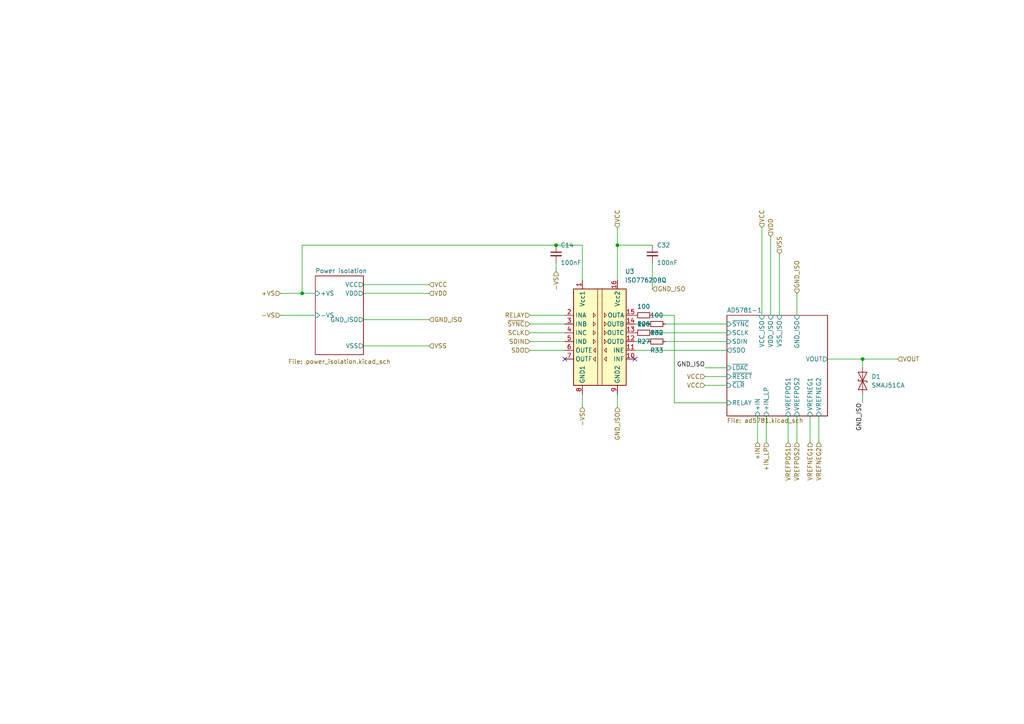
<source format=kicad_sch>
(kicad_sch (version 20250114) (generator "eeschema") (generator_version "9.0")
  (paper "A4")
  (lib_symbols
    (symbol "Device:C_Small" (pin_numbers (hide yes)) (pin_names (offset 0.254) (hide yes))
      (property "Reference" "C" (at 0.254 1.778 0))
      (property "Value" "C_Small" (at 0.254 -2.032 0))
      (symbol "C_Small_0_1"
        (polyline (pts (xy -1.524 0.508) (xy 1.524 0.508)) (stroke (width 0.3048)))
        (polyline (pts (xy -1.524 -0.508) (xy 1.524 -0.508)) (stroke (width 0.3302)))
      )
      (symbol "C_Small_1_1"
        (pin passive line (at 0 2.54 270) (length 2.032) (name "~") (number "1"))
        (pin passive line (at 0 -2.54 90) (length 2.032) (name "~") (number "2"))
      )
    )
    (symbol "Device:R_Small" (pin_numbers (hide yes)) (pin_names (offset 0.254) (hide yes))
      (property "Reference" "R" (at 0.762 0.508 0))
      (property "Value" "R_Small" (at 0.762 -1.016 0))
      (symbol "R_Small_0_1"
        (rectangle (start -0.762 1.778) (end 0.762 -1.778) (stroke (width 0.2032)))
      )
      (symbol "R_Small_1_1"
        (pin passive line (at 0 2.54 270) (length 0.762) (name "~") (number "1"))
        (pin passive line (at 0 -2.54 90) (length 0.762) (name "~") (number "2"))
      )
    )
    (symbol "Diode:SMAJ51CA" (pin_numbers (hide yes)) (pin_names (offset 1.016) (hide yes))
      (property "Reference" "D" (at 0 2.54 0))
      (property "Value" "SMAJ51CA" (at 0 -2.54 0))
      (symbol "SMAJ51CA_0_1"
        (polyline (pts (xy -2.54 -1.27) (xy 0 0) (xy -2.54 1.27) (xy -2.54 -1.27)) (stroke (width 0.2032)))
        (polyline (pts (xy 0.508 1.27) (xy 0 1.27) (xy 0 -1.27) (xy -0.508 -1.27)) (stroke (width 0.2032)))
        (polyline (pts (xy 1.27 0) (xy -1.27 0)))
        (polyline (pts (xy 2.54 1.27) (xy 2.54 -1.27) (xy 0 0) (xy 2.54 1.27)) (stroke (width 0.2032)))
      )
      (symbol "SMAJ51CA_1_1"
        (pin passive line (at -3.81 0 0) (length 2.54) (name "A1") (number "1"))
        (pin passive line (at 3.81 0 180) (length 2.54) (name "A2") (number "2"))
      )
    )
    (symbol "Isolator:ISO7762DBQ"
      (property "Reference" "U" (at 8.255 14.605 0))
      (property "Value" "ISO7762DBQ" (at 8.255 12.065 0))
      (symbol "ISO7762DBQ_0_1"
        (rectangle (start -7.62 15.24) (end 7.62 -12.7) (stroke (width 0.254)) (fill (type background)))
        (polyline (pts (xy -1.905 8.255) (xy -1.27 7.62) (xy -1.905 6.985) (xy -1.905 8.255)))
        (polyline (pts (xy -0.635 15.24) (xy -0.635 -12.7)))
        (polyline (pts (xy 0.635 15.24) (xy 0.635 -12.7)))
        (polyline (pts (xy 1.27 8.255) (xy 1.905 7.62) (xy 1.27 6.985) (xy 1.27 8.255)))
      )
      (symbol "ISO7762DBQ_1_1"
        (polyline (pts (xy -1.905 5.715) (xy -1.27 5.08) (xy -1.905 4.445) (xy -1.905 5.715)))
        (polyline (pts (xy -1.905 3.175) (xy -1.27 2.54) (xy -1.905 1.905) (xy -1.905 3.175)))
        (polyline (pts (xy -1.905 0.635) (xy -1.27 0) (xy -1.905 -0.635) (xy -1.905 0.635)))
        (polyline (pts (xy -1.27 -1.905) (xy -1.905 -2.54) (xy -1.27 -3.175) (xy -1.27 -1.905)))
        (polyline (pts (xy -1.27 -4.445) (xy -1.905 -5.08) (xy -1.27 -5.715) (xy -1.27 -4.445)))
        (polyline (pts (xy 1.27 5.715) (xy 1.905 5.08) (xy 1.27 4.445) (xy 1.27 5.715)))
        (polyline (pts (xy 1.27 3.175) (xy 1.905 2.54) (xy 1.27 1.905) (xy 1.27 3.175)))
        (polyline (pts (xy 1.27 0.635) (xy 1.905 0) (xy 1.27 -0.635) (xy 1.27 0.635)))
        (polyline (pts (xy 1.905 -1.905) (xy 1.27 -2.54) (xy 1.905 -3.175) (xy 1.905 -1.905)))
        (polyline (pts (xy 1.905 -4.445) (xy 1.27 -5.08) (xy 1.905 -5.715) (xy 1.905 -4.445)))
        (pin input line (at -10.16 7.62 0) (length 2.54) (name "INA") (number "2"))
        (pin input line (at -10.16 5.08 0) (length 2.54) (name "INB") (number "3"))
        (pin input line (at -10.16 2.54 0) (length 2.54) (name "INC") (number "4"))
        (pin input line (at -10.16 0 0) (length 2.54) (name "IND") (number "5"))
        (pin output line (at -10.16 -2.54 0) (length 2.54) (name "OUTE") (number "6"))
        (pin output line (at -10.16 -5.08 0) (length 2.54) (name "OUTF") (number "7"))
        (pin power_in line (at -5.08 17.78 270) (length 2.54) (name "Vcc1") (number "1"))
        (pin power_in line (at -5.08 -15.24 90) (length 2.54) (name "GND1") (number "8"))
        (pin power_in line (at 5.08 17.78 270) (length 2.54) (name "Vcc2") (number "16"))
        (pin power_in line (at 5.08 -15.24 90) (length 2.54) (name "GND2") (number "9"))
        (pin output line (at 10.16 7.62 180) (length 2.54) (name "OUTA") (number "15"))
        (pin output line (at 10.16 5.08 180) (length 2.54) (name "OUTB") (number "14"))
        (pin output line (at 10.16 2.54 180) (length 2.54) (name "OUTC") (number "13"))
        (pin output line (at 10.16 0 180) (length 2.54) (name "OUTD") (number "12"))
        (pin input line (at 10.16 -2.54 180) (length 2.54) (name "INE") (number "11"))
        (pin input line (at 10.16 -5.08 180) (length 2.54) (name "INF") (number "10"))
      )
    )
  )
  (junction (at 179.07 71.12))
  (junction (at 250.19 104.14))
  (junction (at 87.63 85.09))
  (junction (at 161.29 71.12))
  (no_connect (at 184.15 104.14))
  (no_connect (at 163.83 104.14))
  (wire (pts (xy 189.23 91.44) (xy 195.58 91.44)))
  (wire (pts (xy 204.47 111.76) (xy 210.82 111.76)))
  (wire (pts (xy 237.49 120.65) (xy 237.49 128.27)))
  (wire (pts (xy 204.47 109.22) (xy 210.82 109.22)))
  (wire (pts (xy 222.25 120.65) (xy 222.25 128.27)))
  (wire (pts (xy 168.91 81.28) (xy 168.91 71.12)))
  (wire (pts (xy 228.6 120.65) (xy 228.6 128.27)))
  (wire (pts (xy 234.95 120.65) (xy 234.95 128.27)))
  (wire (pts (xy 153.67 99.06) (xy 163.83 99.06)))
  (wire (pts (xy 161.29 76.2) (xy 161.29 78.74)))
  (wire (pts (xy 87.63 71.12) (xy 161.29 71.12)))
  (wire (pts (xy 193.04 93.98) (xy 210.82 93.98)))
  (wire (pts (xy 189.23 96.52) (xy 210.82 96.52)))
  (wire (pts (xy 87.63 85.09) (xy 91.44 85.09)))
  (wire (pts (xy 184.15 93.98) (xy 187.96 93.98)))
  (wire (pts (xy 193.04 99.06) (xy 210.82 99.06)))
  (wire (pts (xy 219.71 120.65) (xy 219.71 128.27)))
  (wire (pts (xy 195.58 116.84) (xy 210.82 116.84)))
  (wire (pts (xy 179.07 71.12) (xy 189.23 71.12)))
  (wire (pts (xy 81.28 85.09) (xy 87.63 85.09)))
  (wire (pts (xy 153.67 91.44) (xy 163.83 91.44)))
  (wire (pts (xy 153.67 93.98) (xy 163.83 93.98)))
  (wire (pts (xy 250.19 114.3) (xy 250.19 116.84)))
  (wire (pts (xy 223.52 68.58) (xy 223.52 91.44)))
  (wire (pts (xy 231.14 85.09) (xy 231.14 91.44)))
  (wire (pts (xy 204.47 106.68) (xy 210.82 106.68)))
  (wire (pts (xy 168.91 71.12) (xy 161.29 71.12)))
  (wire (pts (xy 105.41 100.33) (xy 124.46 100.33)))
  (wire (pts (xy 240.03 104.14) (xy 250.19 104.14)))
  (wire (pts (xy 250.19 104.14) (xy 260.35 104.14)))
  (wire (pts (xy 105.41 82.55) (xy 124.46 82.55)))
  (wire (pts (xy 153.67 101.6) (xy 163.83 101.6)))
  (wire (pts (xy 179.07 114.3) (xy 179.07 118.11)))
  (wire (pts (xy 179.07 81.28) (xy 179.07 71.12)))
  (wire (pts (xy 105.41 85.09) (xy 124.46 85.09)))
  (wire (pts (xy 184.15 99.06) (xy 187.96 99.06)))
  (wire (pts (xy 226.06 73.66) (xy 226.06 91.44)))
  (wire (pts (xy 184.15 101.6) (xy 210.82 101.6)))
  (wire (pts (xy 105.41 92.71) (xy 124.46 92.71)))
  (wire (pts (xy 87.63 71.12) (xy 87.63 85.09)))
  (wire (pts (xy 179.07 66.04) (xy 179.07 71.12)))
  (wire (pts (xy 220.98 66.04) (xy 220.98 91.44)))
  (wire (pts (xy 168.91 114.3) (xy 168.91 118.11)))
  (wire (pts (xy 153.67 96.52) (xy 163.83 96.52)))
  (wire (pts (xy 231.14 120.65) (xy 231.14 128.27)))
  (wire (pts (xy 195.58 91.44) (xy 195.58 116.84)))
  (wire (pts (xy 250.19 104.14) (xy 250.19 106.68)))
  (wire (pts (xy 189.23 76.2) (xy 189.23 83.82)))
  (wire (pts (xy 81.28 91.44) (xy 91.44 91.44)))
  (label "GND_ISO" (at 204.47 106.68 180))
  (label "GND_ISO" (at 250.19 116.84 270))
  (hierarchical_label "VCC" (shape input) (at 204.47 111.76 180))
  (hierarchical_label "SDO" (shape input) (at 153.67 101.6 180))
  (hierarchical_label "VCC" (shape input) (at 204.47 109.22 180))
  (hierarchical_label "VREFPOS2" (shape input) (at 231.14 128.27 270))
  (hierarchical_label "-VS" (shape input) (at 168.91 118.11 270))
  (hierarchical_label "VREFNEG1" (shape input) (at 234.95 128.27 270))
  (hierarchical_label "SDIN" (shape input) (at 153.67 99.06 180))
  (hierarchical_label "RELAY" (shape input) (at 153.67 91.44 180))
  (hierarchical_label "GND_ISO" (shape input) (at 124.46 92.71 0))
  (hierarchical_label "+IN" (shape input) (at 219.71 128.27 270))
  (hierarchical_label "VDD" (shape input) (at 124.46 85.09 0))
  (hierarchical_label "VREFNEG2" (shape input) (at 237.49 128.27 270))
  (hierarchical_label "~{SYNC}" (shape input) (at 153.67 93.98 180))
  (hierarchical_label "VSS" (shape input) (at 226.06 73.66 90))
  (hierarchical_label "VCC" (shape input) (at 124.46 82.55 0))
  (hierarchical_label "VDD" (shape input) (at 223.52 68.58 90))
  (hierarchical_label "GND_ISO" (shape input) (at 189.23 83.82 0))
  (hierarchical_label "VSS" (shape input) (at 124.46 100.33 0))
  (hierarchical_label "GND_ISO" (shape input) (at 231.14 85.09 90))
  (hierarchical_label "+VS" (shape input) (at 81.28 85.09 180))
  (hierarchical_label "+IN_LP" (shape input) (at 222.25 128.27 270))
  (hierarchical_label "GND_ISO" (shape input) (at 179.07 118.11 270))
  (hierarchical_label "VCC" (shape input) (at 220.98 66.04 90))
  (hierarchical_label "-VS" (shape input) (at 81.28 91.44 180))
  (hierarchical_label "VOUT" (shape input) (at 260.35 104.14 0))
  (hierarchical_label "SCLK" (shape input) (at 153.67 96.52 180))
  (hierarchical_label "VREFPOS1" (shape input) (at 228.6 128.27 270))
  (hierarchical_label "-VS" (shape input) (at 161.29 78.74 270))
  (hierarchical_label "VCC" (shape input) (at 179.07 66.04 90))
  (symbol (lib_id "Device:C_Small") (at 189.23 73.66 0) (unit 1)
    (property "Reference" "C50" (at 190.5 71.1199 0) (effects (justify left)))
    (property "Value" "100nF" (at 190.5 76.1999 0) (effects (justify left)))
    (property "Footprint" "Capacitor_SMD:C_0402_1005Metric" (effects (hide yes)))
    (property "Description" "Unpolarized capacitor, small symbol" (effects (hide yes)))
    (property "LCSC" "C1525" (effects (hide yes)))
    (instances (project "Brick03-VoltageSource02" (path "" (reference "C32") (unit 1)) (path "" (reference "C79") (unit 1)) (path "" (reference "C50") (unit 1)) (path "" (reference "C108") (unit 1))))
  )
  (symbol (lib_id "Device:R_Small") (at 190.5 99.06 90) (mirror x) (unit 1)
    (property "Reference" "R25" (at 190.5 101.6 90))
    (property "Value" "100" (at 190.5 96.52 90))
    (property "Footprint" "Resistor_SMD:R_0402_1005Metric" (effects (hide yes)))
    (property "Description" "Resistor, small symbol" (effects (hide yes)))
    (property "LCSC" "C25076" (effects (hide yes)))
    (instances (project "Brick03-VoltageSource02" (path "" (reference "R33") (unit 1)) (path "" (reference "R48") (unit 1)) (path "" (reference "R25") (unit 1)) (path "" (reference "R63") (unit 1))))
  )
  (symbol (lib_id "Isolator:ISO7762DBQ") (at 173.99 99.06 0) (unit 1)
    (property "Reference" "U15" (at 181.2641 78.74 0) (effects (justify left)))
    (property "Value" "ISO7762DBQ" (at 181.2641 81.28 0) (effects (justify left)))
    (property "Footprint" "Package_SO:SSOP-16_3.9x4.9mm_P0.635mm" (effects (hide yes)))
    (property "Datasheet" "https://www.ti.com/lit/ds/symlink/iso7763.pdf" (effects (hide yes)))
    (property "Description" "Default high, High-speed, robust EMC, reinforced, six-channel, digital, isolator, SSOP-16" (effects (hide yes)))
    (property "LCSC" "C2868090" (effects (hide yes)))
    (instances (project "Brick03-VoltageSource02" (path "" (reference "U3") (unit 1)) (path "" (reference "U24") (unit 1)) (path "" (reference "U15") (unit 1)) (path "" (reference "U34") (unit 1))))
  )
  (symbol (lib_id "Device:C_Small") (at 161.29 73.66 0) (unit 1)
    (property "Reference" "C49" (at 162.56 71.1199 0) (effects (justify left)))
    (property "Value" "100nF" (at 162.56 76.1999 0) (effects (justify left)))
    (property "Footprint" "Capacitor_SMD:C_0402_1005Metric" (effects (hide yes)))
    (property "Description" "Unpolarized capacitor, small symbol" (effects (hide yes)))
    (property "LCSC" "C1525" (effects (hide yes)))
    (instances (project "Brick03-VoltageSource02" (path "" (reference "C14") (unit 1)) (path "" (reference "C78") (unit 1)) (path "" (reference "C49") (unit 1)) (path "" (reference "C107") (unit 1))))
  )
  (symbol (lib_id "Device:R_Small") (at 186.69 96.52 90) (mirror x) (unit 1)
    (property "Reference" "R14" (at 186.69 99.06 90))
    (property "Value" "100" (at 186.69 93.98 90))
    (property "Footprint" "Resistor_SMD:R_0402_1005Metric" (effects (hide yes)))
    (property "Description" "Resistor, small symbol" (effects (hide yes)))
    (property "LCSC" "C25076" (effects (hide yes)))
    (instances (project "Brick03-VoltageSource02" (path "" (reference "R27") (unit 1)) (path "" (reference "R46") (unit 1)) (path "" (reference "R14") (unit 1)) (path "" (reference "R61") (unit 1))))
  )
  (symbol (lib_id "Diode:SMAJ51CA") (at 250.19 110.49 90) (unit 1)
    (property "Reference" "D8" (at 252.73 109.2199 90) (effects (justify right)))
    (property "Value" "SMAJ51CA" (at 252.73 111.7599 90) (effects (justify right)))
    (property "Footprint" "Diode_SMD:D_SMA" (effects (hide yes)))
    (property "Datasheet" "https://wmsc.lcsc.com/wmsc/upload/file/pdf/v2/lcsc/2304140030_Littelfuse-SMAJ51CA_C148234.pdf" (effects (hide yes)))
    (property "Description" "400W bidirectional Transient Voltage Suppressor, 51.0Vr, SMA(DO-214AC)" (effects (hide yes)))
    (property "LCSC" "C148234" (effects (hide yes)))
    (instances (project "Brick03-VoltageSource02" (path "" (reference "D1") (unit 1)) (path "" (reference "D9") (unit 1)) (path "" (reference "D8") (unit 1)) (path "" (reference "D11") (unit 1))))
  )
  (symbol (lib_id "Device:R_Small") (at 190.5 93.98 90) (mirror x) (unit 1)
    (property "Reference" "R13" (at 190.5 96.52 90))
    (property "Value" "100" (at 190.5 91.44 90))
    (property "Footprint" "Resistor_SMD:R_0402_1005Metric" (effects (hide yes)))
    (property "Description" "Resistor, small symbol" (effects (hide yes)))
    (property "LCSC" "C25076" (effects (hide yes)))
    (instances (project "Brick03-VoltageSource02" (path "" (reference "R32") (unit 1)) (path "" (reference "R47") (unit 1)) (path "" (reference "R13") (unit 1)) (path "" (reference "R62") (unit 1))))
  )
  (symbol (lib_id "Device:R_Small") (at 186.69 91.44 90) (mirror x) (unit 1)
    (property "Reference" "R16" (at 186.69 93.98 90))
    (property "Value" "100" (at 186.69 88.9 90))
    (property "Footprint" "Resistor_SMD:R_0402_1005Metric" (effects (hide yes)))
    (property "Description" "Resistor, small symbol" (effects (hide yes)))
    (property "LCSC" "C25076" (effects (hide yes)))
    (instances (project "Brick03-VoltageSource02" (path "" (reference "R26") (unit 1)) (path "" (reference "R45") (unit 1)) (path "" (reference "R16") (unit 1)) (path "" (reference "R60") (unit 1))))
  )
  (sheet (at 91.44 80.01) (size 13.97 22.86) (stroke (width 0.1524))
    (property "Sheetname" "Power isolation" (at 91.44 79.2984 0) (effects (justify left bottom)))
    (property "Sheetfile" "power_isolation.kicad_sch" (at 83.566 104.14 0) (effects (justify left top)))
    (pin "VCC" output (at 105.41 82.55 0))
    (pin "VSS" output (at 105.41 100.33 0))
    (pin "VDD" output (at 105.41 85.09 0))
    (pin "GND_ISO" output (at 105.41 92.71 0))
    (pin "-VS" input (at 91.44 91.44 180))
    (pin "+VS" input (at 91.44 85.09 180))
  )
  (sheet (at 210.82 91.44) (size 29.21 29.21) (stroke (width 0.1524))
    (property "Sheetname" "AD5781-1" (at 210.82 90.7284 0) (effects (justify left bottom)))
    (property "Sheetfile" "ad5781.kicad_sch" (at 210.82 121.2346 0) (effects (justify left top)))
    (pin "VOUT" output (at 240.03 104.14 0))
    (pin "VCC_ISO" input (at 220.98 91.44 90))
    (pin "VDD_ISO" input (at 223.52 91.44 90))
    (pin "GND_ISO" input (at 231.14 91.44 90))
    (pin "VSS_ISO" input (at 226.06 91.44 90))
    (pin "~{CLR}" input (at 210.82 111.76 180))
    (pin "SDO" output (at 210.82 101.6 180))
    (pin "SCLK" input (at 210.82 96.52 180))
    (pin "~{LDAC}" input (at 210.82 106.68 180))
    (pin "~{RESET}" input (at 210.82 109.22 180))
    (pin "~{SYNC}" input (at 210.82 93.98 180))
    (pin "SDIN" input (at 210.82 99.06 180))
    (pin "RELAY" input (at 210.82 116.84 180))
    (pin "VREFPOS2" input (at 231.14 120.65 270))
    (pin "VREFPOS1" input (at 228.6 120.65 270))
    (pin "+IN_LP" input (at 222.25 120.65 270))
    (pin "+IN" input (at 219.71 120.65 270))
    (pin "VREFNEG2" input (at 237.49 120.65 270))
    (pin "VREFNEG1" input (at 234.95 120.65 270))
  )
)
</source>
